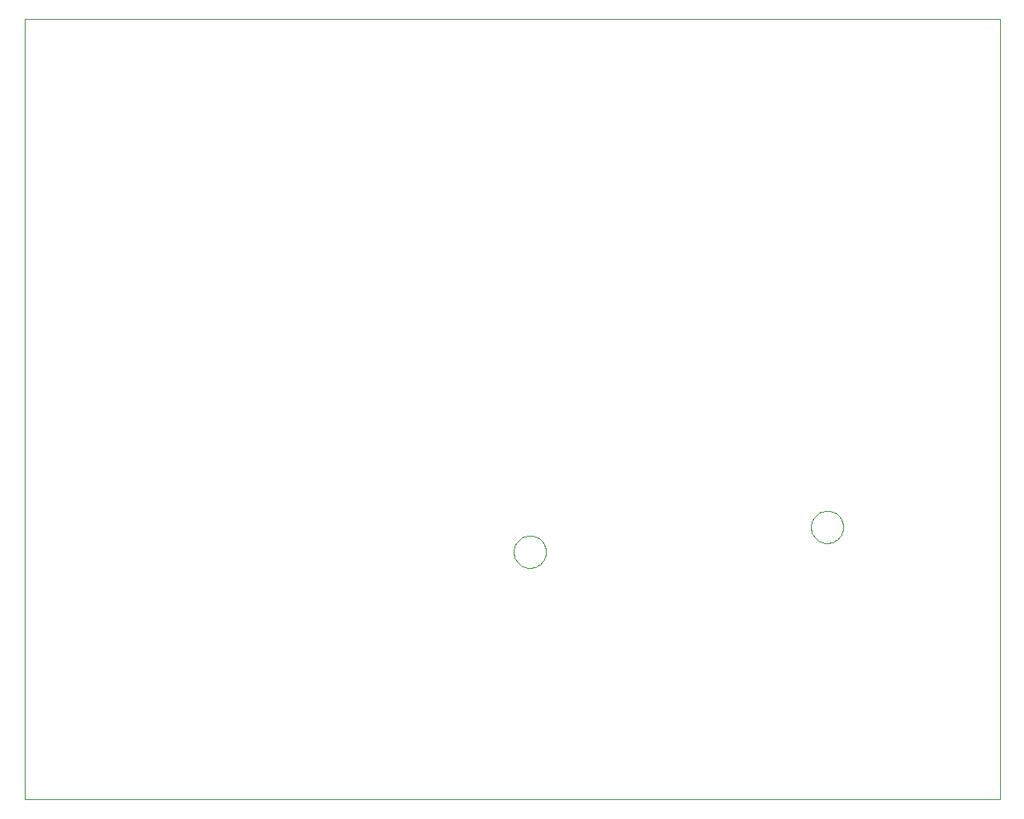
<source format=gko>
G75*
%MOIN*%
%OFA0B0*%
%FSLAX24Y24*%
%IPPOS*%
%LPD*%
%AMOC8*
5,1,8,0,0,1.08239X$1,22.5*
%
%ADD10C,0.0000*%
D10*
X001879Y003680D02*
X001879Y035176D01*
X041249Y035176D01*
X041249Y003680D01*
X001879Y003680D01*
X021629Y013680D02*
X021631Y013730D01*
X021637Y013780D01*
X021647Y013830D01*
X021660Y013878D01*
X021677Y013926D01*
X021698Y013972D01*
X021722Y014016D01*
X021750Y014058D01*
X021781Y014098D01*
X021815Y014135D01*
X021852Y014170D01*
X021891Y014201D01*
X021932Y014230D01*
X021976Y014255D01*
X022022Y014277D01*
X022069Y014295D01*
X022117Y014309D01*
X022166Y014320D01*
X022216Y014327D01*
X022266Y014330D01*
X022317Y014329D01*
X022367Y014324D01*
X022417Y014315D01*
X022465Y014303D01*
X022513Y014286D01*
X022559Y014266D01*
X022604Y014243D01*
X022647Y014216D01*
X022687Y014186D01*
X022725Y014153D01*
X022760Y014117D01*
X022793Y014078D01*
X022822Y014037D01*
X022848Y013994D01*
X022871Y013949D01*
X022890Y013902D01*
X022905Y013854D01*
X022917Y013805D01*
X022925Y013755D01*
X022929Y013705D01*
X022929Y013655D01*
X022925Y013605D01*
X022917Y013555D01*
X022905Y013506D01*
X022890Y013458D01*
X022871Y013411D01*
X022848Y013366D01*
X022822Y013323D01*
X022793Y013282D01*
X022760Y013243D01*
X022725Y013207D01*
X022687Y013174D01*
X022647Y013144D01*
X022604Y013117D01*
X022559Y013094D01*
X022513Y013074D01*
X022465Y013057D01*
X022417Y013045D01*
X022367Y013036D01*
X022317Y013031D01*
X022266Y013030D01*
X022216Y013033D01*
X022166Y013040D01*
X022117Y013051D01*
X022069Y013065D01*
X022022Y013083D01*
X021976Y013105D01*
X021932Y013130D01*
X021891Y013159D01*
X021852Y013190D01*
X021815Y013225D01*
X021781Y013262D01*
X021750Y013302D01*
X021722Y013344D01*
X021698Y013388D01*
X021677Y013434D01*
X021660Y013482D01*
X021647Y013530D01*
X021637Y013580D01*
X021631Y013630D01*
X021629Y013680D01*
X033629Y014680D02*
X033631Y014730D01*
X033637Y014780D01*
X033647Y014830D01*
X033660Y014878D01*
X033677Y014926D01*
X033698Y014972D01*
X033722Y015016D01*
X033750Y015058D01*
X033781Y015098D01*
X033815Y015135D01*
X033852Y015170D01*
X033891Y015201D01*
X033932Y015230D01*
X033976Y015255D01*
X034022Y015277D01*
X034069Y015295D01*
X034117Y015309D01*
X034166Y015320D01*
X034216Y015327D01*
X034266Y015330D01*
X034317Y015329D01*
X034367Y015324D01*
X034417Y015315D01*
X034465Y015303D01*
X034513Y015286D01*
X034559Y015266D01*
X034604Y015243D01*
X034647Y015216D01*
X034687Y015186D01*
X034725Y015153D01*
X034760Y015117D01*
X034793Y015078D01*
X034822Y015037D01*
X034848Y014994D01*
X034871Y014949D01*
X034890Y014902D01*
X034905Y014854D01*
X034917Y014805D01*
X034925Y014755D01*
X034929Y014705D01*
X034929Y014655D01*
X034925Y014605D01*
X034917Y014555D01*
X034905Y014506D01*
X034890Y014458D01*
X034871Y014411D01*
X034848Y014366D01*
X034822Y014323D01*
X034793Y014282D01*
X034760Y014243D01*
X034725Y014207D01*
X034687Y014174D01*
X034647Y014144D01*
X034604Y014117D01*
X034559Y014094D01*
X034513Y014074D01*
X034465Y014057D01*
X034417Y014045D01*
X034367Y014036D01*
X034317Y014031D01*
X034266Y014030D01*
X034216Y014033D01*
X034166Y014040D01*
X034117Y014051D01*
X034069Y014065D01*
X034022Y014083D01*
X033976Y014105D01*
X033932Y014130D01*
X033891Y014159D01*
X033852Y014190D01*
X033815Y014225D01*
X033781Y014262D01*
X033750Y014302D01*
X033722Y014344D01*
X033698Y014388D01*
X033677Y014434D01*
X033660Y014482D01*
X033647Y014530D01*
X033637Y014580D01*
X033631Y014630D01*
X033629Y014680D01*
M02*

</source>
